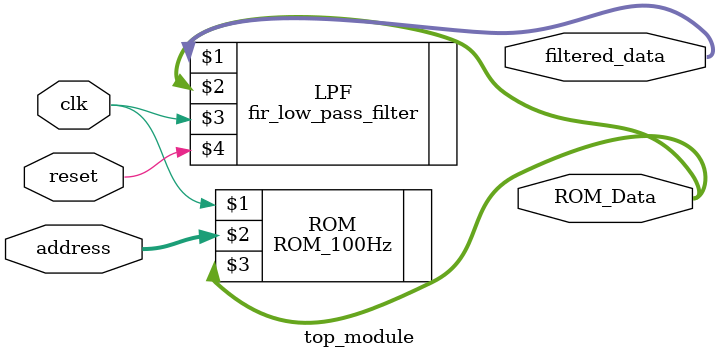
<source format=v>
`timescale 1ns / 1ps

module top_module(
    clk, 
    reset,
    address,
    filtered_data,
    ROM_Data
    );
    
    parameter word_size_in = 8;
    parameter word_size_out = (2*word_size_in);
    parameter ADDR_WIDTH = 10; // Number of address bits (1024 addresses for example)
  
    
    input clk, reset;
    input [ADDR_WIDTH-1:0] address;
    output signed [word_size_out-1:0] filtered_data;

    output signed [word_size_in-1:0] ROM_Data;
    
    // DECLARRING THE MODULES
    ROM_100Hz    ROM(clk,
                    address,
                    ROM_Data);
                    
    fir_low_pass_filter  LPF(filtered_data,
                             ROM_Data,
                             clk,
                             reset);
                  
    
endmodule

</source>
